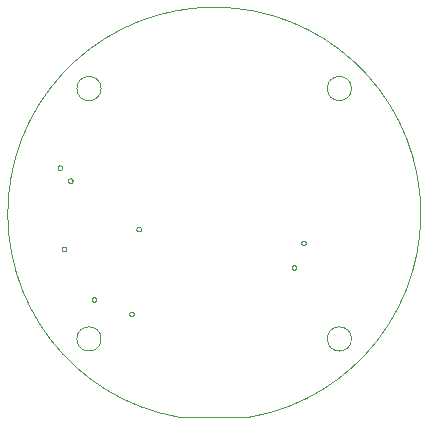
<source format=gbr>
%TF.GenerationSoftware,KiCad,Pcbnew,7.0.10*%
%TF.CreationDate,2024-11-26T12:30:43-05:00*%
%TF.ProjectId,comparison,636f6d70-6172-4697-936f-6e2e6b696361,rev?*%
%TF.SameCoordinates,Original*%
%TF.FileFunction,Profile,NP*%
%FSLAX46Y46*%
G04 Gerber Fmt 4.6, Leading zero omitted, Abs format (unit mm)*
G04 Created by KiCad (PCBNEW 7.0.10) date 2024-11-26 12:30:43*
%MOMM*%
%LPD*%
G01*
G04 APERTURE LIST*
%TA.AperFunction,Profile*%
%ADD10C,0.100000*%
%TD*%
G04 APERTURE END LIST*
D10*
X140445431Y-84283762D02*
X140462729Y-84286039D01*
X140479763Y-84289815D01*
X140496404Y-84295062D01*
X140512523Y-84301739D01*
X140528000Y-84309795D01*
X140542715Y-84319170D01*
X140556557Y-84329792D01*
X140569421Y-84341579D01*
X140581208Y-84354443D01*
X140591830Y-84368285D01*
X140601205Y-84383000D01*
X140609261Y-84398477D01*
X140615938Y-84414596D01*
X140621185Y-84431237D01*
X140624961Y-84448271D01*
X140627238Y-84465569D01*
X140628000Y-84483000D01*
X140627238Y-84500431D01*
X140624961Y-84517729D01*
X140621185Y-84534763D01*
X140615938Y-84551404D01*
X140609261Y-84567523D01*
X140601205Y-84582999D01*
X140591830Y-84597715D01*
X140581208Y-84611557D01*
X140569421Y-84624421D01*
X140556557Y-84636208D01*
X140542715Y-84646830D01*
X140528000Y-84656205D01*
X140512523Y-84664261D01*
X140496404Y-84670938D01*
X140479763Y-84676185D01*
X140462729Y-84679961D01*
X140445431Y-84682238D01*
X140428000Y-84683000D01*
X140410569Y-84682238D01*
X140393271Y-84679961D01*
X140376237Y-84676185D01*
X140359596Y-84670938D01*
X140343477Y-84664261D01*
X140328001Y-84656205D01*
X140313285Y-84646830D01*
X140299443Y-84636208D01*
X140286579Y-84624421D01*
X140274792Y-84611557D01*
X140264170Y-84597715D01*
X140254795Y-84582999D01*
X140246739Y-84567523D01*
X140240062Y-84551404D01*
X140234815Y-84534763D01*
X140231039Y-84517729D01*
X140228762Y-84500431D01*
X140228000Y-84483000D01*
X140228762Y-84465569D01*
X140231039Y-84448271D01*
X140234815Y-84431237D01*
X140240062Y-84414596D01*
X140246739Y-84398477D01*
X140254795Y-84383000D01*
X140264170Y-84368285D01*
X140274792Y-84354443D01*
X140286579Y-84341579D01*
X140299443Y-84329792D01*
X140313285Y-84319170D01*
X140328000Y-84309795D01*
X140343477Y-84301739D01*
X140359596Y-84295062D01*
X140376237Y-84289815D01*
X140393271Y-84286039D01*
X140410569Y-84283762D01*
X140428000Y-84283000D01*
X140445431Y-84283762D01*
X139645431Y-86358762D02*
X139662729Y-86361039D01*
X139679763Y-86364815D01*
X139696404Y-86370062D01*
X139712523Y-86376739D01*
X139728000Y-86384795D01*
X139742715Y-86394170D01*
X139756557Y-86404792D01*
X139769421Y-86416579D01*
X139781208Y-86429443D01*
X139791830Y-86443285D01*
X139801205Y-86458000D01*
X139809261Y-86473477D01*
X139815938Y-86489596D01*
X139821185Y-86506237D01*
X139824961Y-86523271D01*
X139827238Y-86540569D01*
X139828000Y-86558000D01*
X139827238Y-86575431D01*
X139824961Y-86592729D01*
X139821185Y-86609763D01*
X139815938Y-86626404D01*
X139809261Y-86642523D01*
X139801205Y-86657999D01*
X139791830Y-86672715D01*
X139781208Y-86686557D01*
X139769421Y-86699421D01*
X139756557Y-86711208D01*
X139742715Y-86721830D01*
X139728000Y-86731205D01*
X139712523Y-86739261D01*
X139696404Y-86745938D01*
X139679763Y-86751185D01*
X139662729Y-86754961D01*
X139645431Y-86757238D01*
X139628000Y-86758000D01*
X139610569Y-86757238D01*
X139593271Y-86754961D01*
X139576237Y-86751185D01*
X139559596Y-86745938D01*
X139543477Y-86739261D01*
X139528001Y-86731205D01*
X139513285Y-86721830D01*
X139499443Y-86711208D01*
X139486579Y-86699421D01*
X139474792Y-86686557D01*
X139464170Y-86672715D01*
X139454795Y-86657999D01*
X139446739Y-86642523D01*
X139440062Y-86626404D01*
X139434815Y-86609763D01*
X139431039Y-86592729D01*
X139428762Y-86575431D01*
X139428000Y-86558000D01*
X139428762Y-86540569D01*
X139431039Y-86523271D01*
X139434815Y-86506237D01*
X139440062Y-86489596D01*
X139446739Y-86473477D01*
X139454795Y-86458000D01*
X139464170Y-86443285D01*
X139474792Y-86429443D01*
X139486579Y-86416579D01*
X139499443Y-86404792D01*
X139513285Y-86394170D01*
X139528000Y-86384795D01*
X139543477Y-86376739D01*
X139559596Y-86370062D01*
X139576237Y-86364815D01*
X139593271Y-86361039D01*
X139610569Y-86358762D01*
X139628000Y-86358000D01*
X139645431Y-86358762D01*
X125870431Y-90283762D02*
X125887729Y-90286039D01*
X125904763Y-90289815D01*
X125921404Y-90295062D01*
X125937523Y-90301739D01*
X125953000Y-90309795D01*
X125967715Y-90319170D01*
X125981557Y-90329792D01*
X125994421Y-90341579D01*
X126006208Y-90354443D01*
X126016830Y-90368285D01*
X126026205Y-90383000D01*
X126034261Y-90398477D01*
X126040938Y-90414596D01*
X126046185Y-90431237D01*
X126049961Y-90448271D01*
X126052238Y-90465569D01*
X126053000Y-90483000D01*
X126052238Y-90500431D01*
X126049961Y-90517729D01*
X126046185Y-90534763D01*
X126040938Y-90551404D01*
X126034261Y-90567523D01*
X126026205Y-90582999D01*
X126016830Y-90597715D01*
X126006208Y-90611557D01*
X125994421Y-90624421D01*
X125981557Y-90636208D01*
X125967715Y-90646830D01*
X125953000Y-90656205D01*
X125937523Y-90664261D01*
X125921404Y-90670938D01*
X125904763Y-90676185D01*
X125887729Y-90679961D01*
X125870431Y-90682238D01*
X125853000Y-90683000D01*
X125835569Y-90682238D01*
X125818271Y-90679961D01*
X125801237Y-90676185D01*
X125784596Y-90670938D01*
X125768477Y-90664261D01*
X125753001Y-90656205D01*
X125738285Y-90646830D01*
X125724443Y-90636208D01*
X125711579Y-90624421D01*
X125699792Y-90611557D01*
X125689170Y-90597715D01*
X125679795Y-90582999D01*
X125671739Y-90567523D01*
X125665062Y-90551404D01*
X125659815Y-90534763D01*
X125656039Y-90517729D01*
X125653762Y-90500431D01*
X125653000Y-90483000D01*
X125653762Y-90465569D01*
X125656039Y-90448271D01*
X125659815Y-90431237D01*
X125665062Y-90414596D01*
X125671739Y-90398477D01*
X125679795Y-90383000D01*
X125689170Y-90368285D01*
X125699792Y-90354443D01*
X125711579Y-90341579D01*
X125724443Y-90329792D01*
X125738285Y-90319170D01*
X125753000Y-90309795D01*
X125768477Y-90301739D01*
X125784596Y-90295062D01*
X125801237Y-90289815D01*
X125818271Y-90286039D01*
X125835569Y-90283762D01*
X125853000Y-90283000D01*
X125870431Y-90283762D01*
X120695431Y-79008762D02*
X120712729Y-79011039D01*
X120729763Y-79014815D01*
X120746404Y-79020062D01*
X120762523Y-79026739D01*
X120778000Y-79034795D01*
X120792715Y-79044170D01*
X120806557Y-79054792D01*
X120819421Y-79066579D01*
X120831208Y-79079443D01*
X120841830Y-79093285D01*
X120851205Y-79108000D01*
X120859261Y-79123477D01*
X120865938Y-79139596D01*
X120871185Y-79156237D01*
X120874961Y-79173271D01*
X120877238Y-79190569D01*
X120878000Y-79208000D01*
X120877238Y-79225431D01*
X120874961Y-79242729D01*
X120871185Y-79259763D01*
X120865938Y-79276404D01*
X120859261Y-79292523D01*
X120851205Y-79307999D01*
X120841830Y-79322715D01*
X120831208Y-79336557D01*
X120819421Y-79349421D01*
X120806557Y-79361208D01*
X120792715Y-79371830D01*
X120778000Y-79381205D01*
X120762523Y-79389261D01*
X120746404Y-79395938D01*
X120729763Y-79401185D01*
X120712729Y-79404961D01*
X120695431Y-79407238D01*
X120678000Y-79408000D01*
X120660569Y-79407238D01*
X120643271Y-79404961D01*
X120626237Y-79401185D01*
X120609596Y-79395938D01*
X120593477Y-79389261D01*
X120578001Y-79381205D01*
X120563285Y-79371830D01*
X120549443Y-79361208D01*
X120536579Y-79349421D01*
X120524792Y-79336557D01*
X120514170Y-79322715D01*
X120504795Y-79307999D01*
X120496739Y-79292523D01*
X120490062Y-79276404D01*
X120484815Y-79259763D01*
X120481039Y-79242729D01*
X120478762Y-79225431D01*
X120478000Y-79208000D01*
X120478762Y-79190569D01*
X120481039Y-79173271D01*
X120484815Y-79156237D01*
X120490062Y-79139596D01*
X120496739Y-79123477D01*
X120504795Y-79108000D01*
X120514170Y-79093285D01*
X120524792Y-79079443D01*
X120536579Y-79066579D01*
X120549443Y-79054792D01*
X120563285Y-79044170D01*
X120578000Y-79034795D01*
X120593477Y-79026739D01*
X120609596Y-79020062D01*
X120626237Y-79014815D01*
X120643271Y-79011039D01*
X120660569Y-79008762D01*
X120678000Y-79008000D01*
X120695431Y-79008762D01*
X122720431Y-89058762D02*
X122737729Y-89061039D01*
X122754763Y-89064815D01*
X122771404Y-89070062D01*
X122787523Y-89076739D01*
X122803000Y-89084795D01*
X122817715Y-89094170D01*
X122831557Y-89104792D01*
X122844421Y-89116579D01*
X122856208Y-89129443D01*
X122866830Y-89143285D01*
X122876205Y-89158000D01*
X122884261Y-89173477D01*
X122890938Y-89189596D01*
X122896185Y-89206237D01*
X122899961Y-89223271D01*
X122902238Y-89240569D01*
X122903000Y-89258000D01*
X122902238Y-89275431D01*
X122899961Y-89292729D01*
X122896185Y-89309763D01*
X122890938Y-89326404D01*
X122884261Y-89342523D01*
X122876205Y-89357999D01*
X122866830Y-89372715D01*
X122856208Y-89386557D01*
X122844421Y-89399421D01*
X122831557Y-89411208D01*
X122817715Y-89421830D01*
X122803000Y-89431205D01*
X122787523Y-89439261D01*
X122771404Y-89445938D01*
X122754763Y-89451185D01*
X122737729Y-89454961D01*
X122720431Y-89457238D01*
X122703000Y-89458000D01*
X122685569Y-89457238D01*
X122668271Y-89454961D01*
X122651237Y-89451185D01*
X122634596Y-89445938D01*
X122618477Y-89439261D01*
X122603001Y-89431205D01*
X122588285Y-89421830D01*
X122574443Y-89411208D01*
X122561579Y-89399421D01*
X122549792Y-89386557D01*
X122539170Y-89372715D01*
X122529795Y-89357999D01*
X122521739Y-89342523D01*
X122515062Y-89326404D01*
X122509815Y-89309763D01*
X122506039Y-89292729D01*
X122503762Y-89275431D01*
X122503000Y-89258000D01*
X122503762Y-89240569D01*
X122506039Y-89223271D01*
X122509815Y-89206237D01*
X122515062Y-89189596D01*
X122521739Y-89173477D01*
X122529795Y-89158000D01*
X122539170Y-89143285D01*
X122549792Y-89129443D01*
X122561579Y-89116579D01*
X122574443Y-89104792D01*
X122588285Y-89094170D01*
X122603000Y-89084795D01*
X122618477Y-89076739D01*
X122634596Y-89070062D01*
X122651237Y-89064815D01*
X122668271Y-89061039D01*
X122685569Y-89058762D01*
X122703000Y-89058000D01*
X122720431Y-89058762D01*
X119820431Y-77908762D02*
X119837729Y-77911039D01*
X119854763Y-77914815D01*
X119871404Y-77920062D01*
X119887523Y-77926739D01*
X119903000Y-77934795D01*
X119917715Y-77944170D01*
X119931557Y-77954792D01*
X119944421Y-77966579D01*
X119956208Y-77979443D01*
X119966830Y-77993285D01*
X119976205Y-78008000D01*
X119984261Y-78023477D01*
X119990938Y-78039596D01*
X119996185Y-78056237D01*
X119999961Y-78073271D01*
X120002238Y-78090569D01*
X120003000Y-78108000D01*
X120002238Y-78125431D01*
X119999961Y-78142729D01*
X119996185Y-78159763D01*
X119990938Y-78176404D01*
X119984261Y-78192523D01*
X119976205Y-78207999D01*
X119966830Y-78222715D01*
X119956208Y-78236557D01*
X119944421Y-78249421D01*
X119931557Y-78261208D01*
X119917715Y-78271830D01*
X119903000Y-78281205D01*
X119887523Y-78289261D01*
X119871404Y-78295938D01*
X119854763Y-78301185D01*
X119837729Y-78304961D01*
X119820431Y-78307238D01*
X119803000Y-78308000D01*
X119785569Y-78307238D01*
X119768271Y-78304961D01*
X119751237Y-78301185D01*
X119734596Y-78295938D01*
X119718477Y-78289261D01*
X119703001Y-78281205D01*
X119688285Y-78271830D01*
X119674443Y-78261208D01*
X119661579Y-78249421D01*
X119649792Y-78236557D01*
X119639170Y-78222715D01*
X119629795Y-78207999D01*
X119621739Y-78192523D01*
X119615062Y-78176404D01*
X119609815Y-78159763D01*
X119606039Y-78142729D01*
X119603762Y-78125431D01*
X119603000Y-78108000D01*
X119603762Y-78090569D01*
X119606039Y-78073271D01*
X119609815Y-78056237D01*
X119615062Y-78039596D01*
X119621739Y-78023477D01*
X119629795Y-78008000D01*
X119639170Y-77993285D01*
X119649792Y-77979443D01*
X119661579Y-77966579D01*
X119674443Y-77954792D01*
X119688285Y-77944170D01*
X119703000Y-77934795D01*
X119718477Y-77926739D01*
X119734596Y-77920062D01*
X119751237Y-77914815D01*
X119768271Y-77911039D01*
X119785569Y-77908762D01*
X119803000Y-77908000D01*
X119820431Y-77908762D01*
X120170431Y-84783762D02*
X120187729Y-84786039D01*
X120204763Y-84789815D01*
X120221404Y-84795062D01*
X120237523Y-84801739D01*
X120253000Y-84809795D01*
X120267715Y-84819170D01*
X120281557Y-84829792D01*
X120294421Y-84841579D01*
X120306208Y-84854443D01*
X120316830Y-84868285D01*
X120326205Y-84883000D01*
X120334261Y-84898477D01*
X120340938Y-84914596D01*
X120346185Y-84931237D01*
X120349961Y-84948271D01*
X120352238Y-84965569D01*
X120353000Y-84983000D01*
X120352238Y-85000431D01*
X120349961Y-85017729D01*
X120346185Y-85034763D01*
X120340938Y-85051404D01*
X120334261Y-85067523D01*
X120326205Y-85082999D01*
X120316830Y-85097715D01*
X120306208Y-85111557D01*
X120294421Y-85124421D01*
X120281557Y-85136208D01*
X120267715Y-85146830D01*
X120253000Y-85156205D01*
X120237523Y-85164261D01*
X120221404Y-85170938D01*
X120204763Y-85176185D01*
X120187729Y-85179961D01*
X120170431Y-85182238D01*
X120153000Y-85183000D01*
X120135569Y-85182238D01*
X120118271Y-85179961D01*
X120101237Y-85176185D01*
X120084596Y-85170938D01*
X120068477Y-85164261D01*
X120053001Y-85156205D01*
X120038285Y-85146830D01*
X120024443Y-85136208D01*
X120011579Y-85124421D01*
X119999792Y-85111557D01*
X119989170Y-85097715D01*
X119979795Y-85082999D01*
X119971739Y-85067523D01*
X119965062Y-85051404D01*
X119959815Y-85034763D01*
X119956039Y-85017729D01*
X119953762Y-85000431D01*
X119953000Y-84983000D01*
X119953762Y-84965569D01*
X119956039Y-84948271D01*
X119959815Y-84931237D01*
X119965062Y-84914596D01*
X119971739Y-84898477D01*
X119979795Y-84883000D01*
X119989170Y-84868285D01*
X119999792Y-84854443D01*
X120011579Y-84841579D01*
X120024443Y-84829792D01*
X120038285Y-84819170D01*
X120053000Y-84809795D01*
X120068477Y-84801739D01*
X120084596Y-84795062D01*
X120101237Y-84789815D01*
X120118271Y-84786039D01*
X120135569Y-84783762D01*
X120153000Y-84783000D01*
X120170431Y-84783762D01*
X126500431Y-83103762D02*
X126517729Y-83106039D01*
X126534763Y-83109815D01*
X126551404Y-83115062D01*
X126567523Y-83121739D01*
X126583000Y-83129795D01*
X126597715Y-83139170D01*
X126611557Y-83149792D01*
X126624421Y-83161579D01*
X126636208Y-83174443D01*
X126646830Y-83188285D01*
X126656205Y-83203000D01*
X126664261Y-83218477D01*
X126670938Y-83234596D01*
X126676185Y-83251237D01*
X126679961Y-83268271D01*
X126682238Y-83285569D01*
X126683000Y-83303000D01*
X126682238Y-83320431D01*
X126679961Y-83337729D01*
X126676185Y-83354763D01*
X126670938Y-83371404D01*
X126664261Y-83387523D01*
X126656205Y-83402999D01*
X126646830Y-83417715D01*
X126636208Y-83431557D01*
X126624421Y-83444421D01*
X126611557Y-83456208D01*
X126597715Y-83466830D01*
X126583000Y-83476205D01*
X126567523Y-83484261D01*
X126551404Y-83490938D01*
X126534763Y-83496185D01*
X126517729Y-83499961D01*
X126500431Y-83502238D01*
X126483000Y-83503000D01*
X126465569Y-83502238D01*
X126448271Y-83499961D01*
X126431237Y-83496185D01*
X126414596Y-83490938D01*
X126398477Y-83484261D01*
X126383001Y-83476205D01*
X126368285Y-83466830D01*
X126354443Y-83456208D01*
X126341579Y-83444421D01*
X126329792Y-83431557D01*
X126319170Y-83417715D01*
X126309795Y-83402999D01*
X126301739Y-83387523D01*
X126295062Y-83371404D01*
X126289815Y-83354763D01*
X126286039Y-83337729D01*
X126283762Y-83320431D01*
X126283000Y-83303000D01*
X126283762Y-83285569D01*
X126286039Y-83268271D01*
X126289815Y-83251237D01*
X126295062Y-83234596D01*
X126301739Y-83218477D01*
X126309795Y-83203000D01*
X126319170Y-83188285D01*
X126329792Y-83174443D01*
X126341579Y-83161579D01*
X126354443Y-83149792D01*
X126368285Y-83139170D01*
X126383000Y-83129795D01*
X126398477Y-83121739D01*
X126414596Y-83115062D01*
X126431237Y-83109815D01*
X126448271Y-83106039D01*
X126465569Y-83103762D01*
X126483000Y-83103000D01*
X126500431Y-83103762D01*
X123291558Y-92602600D02*
G75*
G03*
X121243242Y-92602600I-1024158J0D01*
G01*
X121243242Y-92602600D02*
G75*
G03*
X123291558Y-92602600I1024158J0D01*
G01*
X123288958Y-71400000D02*
G75*
G03*
X121240642Y-71400000I-1024158J0D01*
G01*
X121240642Y-71400000D02*
G75*
G03*
X123288958Y-71400000I1024158J0D01*
G01*
X144494158Y-92600000D02*
G75*
G03*
X142445842Y-92600000I-1024158J0D01*
G01*
X142445842Y-92600000D02*
G75*
G03*
X144494158Y-92600000I1024158J0D01*
G01*
X129867400Y-99225000D02*
X135867846Y-99227569D01*
X144491558Y-71397400D02*
G75*
G03*
X142443242Y-71397400I-1024158J0D01*
G01*
X142443242Y-71397400D02*
G75*
G03*
X144491558Y-71397400I1024158J0D01*
G01*
X135867846Y-99227569D02*
G75*
G03*
X129867400Y-99225000I-2992846J17227569D01*
G01*
M02*

</source>
